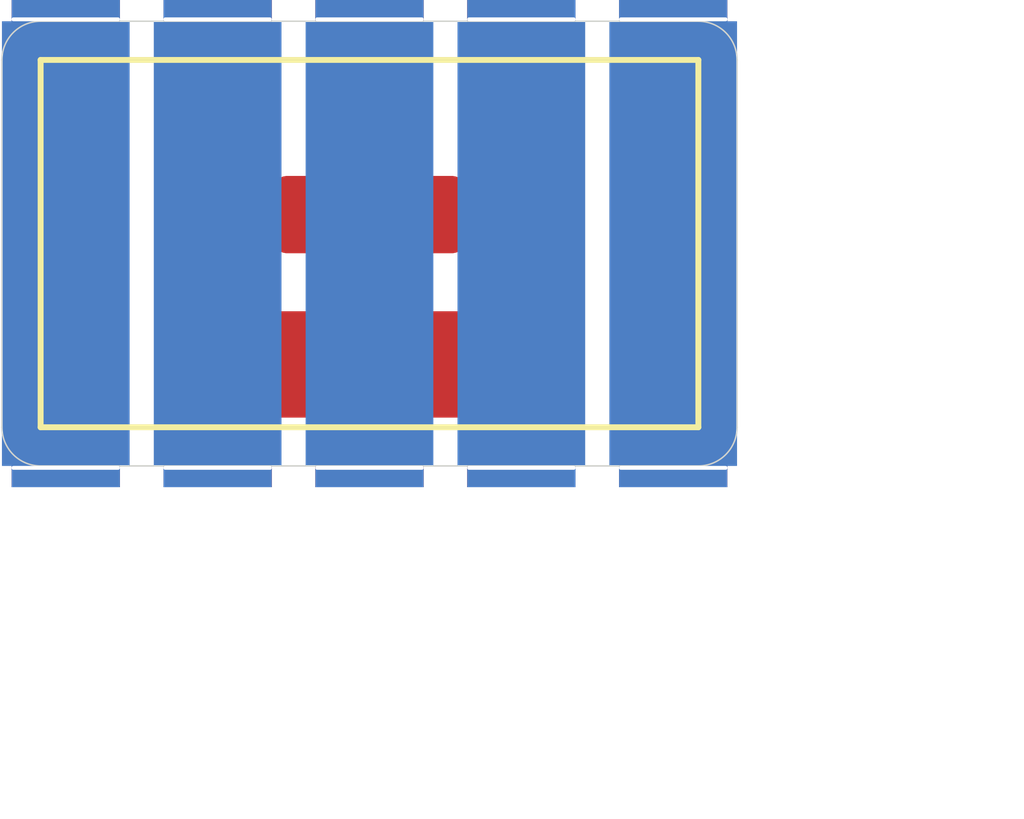
<source format=kicad_pcb>
(kicad_pcb (version 20221018) (generator pcbnew)
  (layers (0 "F.Cu" signal "Front") (1 "In1.Cu" signal) (2 "In2.Cu" signal) (31 "B.Cu" signal "Back") (34 "B.Paste" user) (35 "F.Paste" user) (36 "B.SilkS" user "B.Silkscreen") (37 "F.SilkS" user "F.Silkscreen") (38 "B.Mask" user) (39 "F.Mask" user) (44 "Edge.Cuts" user))
  (net 0 "")
  (footprint "Connector_Wire:SolderWirePad_1x01_SMD_1x2mm" (layer "F.Cu") (at 99.365 100)
    (fp_text reference "J4" hide)
    (fp_text value "Conn_01x01_Pin" hide)
    (pad "1" smd roundrect (at 0 0) (size 1 2) (layers "F.Cu" "F.Paste" "F.Mask"))
  )
  (footprint "Connector_Wire:SolderWirePad_1x01_SMD_1x2mm" (layer "F.Cu") (at 96.825 100)
    (fp_text reference "J2" hide)
    (fp_text value "Conn_01x01_Pin" hide)
    (pad "1" smd roundrect (at 0 0) (size 1 2) (layers "F.Cu" "F.Paste" "F.Mask"))
  )
  (footprint "" (layer "F.Cu") (at 96.075 94.95)
    (fp_text reference "" (at 0 0) (layer "F.SilkS") (effects (font (size 1.27 1.27))))
    (fp_text value "" (at 0 0) (layer "F.SilkS") (effects (font (size 1.27 1.27))))
    (pad "1" thru_hole rect (at 0 0 270) (size 1 2.8) (drill oval 0.1 2.8) (layers "*.Cu" "*.Mask"))
  )
  (footprint "Connector_PinHeader_2.54mm:PinHeader_1x01_P2.54mm_Vertical" (layer "F.Cu") (at 100 106.5 -90)
    (fp_text reference "REF**" hide)
    (fp_text value "PinHeader_1x01_P2.54mm_Vertical" hide)
    (pad "1" thru_hole rect (at 0.05 0 270) (size 1 2.8) (drill oval 0.1 2.8) (layers "*.Cu" "*.Mask"))
  )
  (footprint "Connector_Wire:SolderWirePad_1x01_SMD_1x2mm" (layer "F.Cu") (at 95.555 100)
    (fp_text reference "J1" hide)
    (fp_text value "Conn_01x01_Pin" hide)
    (pad "1" smd roundrect (at 0 0) (size 1 2) (layers "F.Cu" "F.Paste" "F.Mask"))
  )
  (footprint "Connector_PinHeader_2.54mm:PinHeader_1x01_P2.54mm_Vertical" (layer "F.Cu") (at 104.425 106.5 -90)
    (fp_text reference "REF**" hide)
    (fp_text value "PinHeader_1x01_P2.54mm_Vertical" hide)
    (pad "1" thru_hole rect (at 0.05 0.5 270) (size 1 2.8) (drill oval 0.1 2.8) (layers "*.Cu" "*.Mask"))
  )
  (footprint "Connector_PinHeader_2.54mm:PinHeader_1x01_P2.54mm_Vertical" (layer "F.Cu") (at 96.575 106.5 -90)
    (fp_text reference "REF**" hide)
    (fp_text value "PinHeader_1x01_P2.54mm_Vertical" hide)
    (pad "1" thru_hole rect (at 0.05 0.5 270) (size 1 2.8) (drill oval 0.1 2.8) (layers "*.Cu" "*.Mask"))
  )
  (footprint "" (layer "F.Cu") (at 92.15 94.95)
    (fp_text reference "" (at 0 0) (layer "F.SilkS") (effects (font (size 1.27 1.27))))
    (fp_text value "" (at 0 0) (layer "F.SilkS") (effects (font (size 1.27 1.27))))
    (pad "1" thru_hole rect (at 0 0 270) (size 1 2.8) (drill oval 0.1 2.8) (layers "*.Cu" "*.Mask"))
  )
  (footprint "Connector_Wire:SolderWirePad_1x01_SMD_1x2mm" (layer "F.Cu") (at 100.635 100)
    (fp_text reference "J5" hide)
    (fp_text value "Conn_01x01_Pin" hide)
    (pad "1" smd roundrect (at 0 0) (size 1 2) (layers "F.Cu" "F.Paste" "F.Mask"))
  )
  (footprint "Connector_Wire:SolderWirePad_1x01_SMD_1x2mm" (layer "F.Cu") (at 103.175 100)
    (fp_text reference "J7" hide)
    (fp_text value "Conn_01x01_Pin" hide)
    (pad "1" smd roundrect (at 0 0) (size 1 2) (layers "F.Cu" "F.Paste" "F.Mask"))
  )
  (footprint "" (layer "F.Cu") (at 107.85 94.95)
    (fp_text reference "" (at 0 0) (layer "F.SilkS") (effects (font (size 1.27 1.27))))
    (fp_text value "" (at 0 0) (layer "F.SilkS") (effects (font (size 1.27 1.27))))
    (pad "1" thru_hole rect (at 0 0 270) (size 1 2.8) (drill oval 0.1 2.8) (layers "*.Cu" "*.Mask"))
  )
  (footprint "" (layer "F.Cu") (at 103.925 94.95)
    (fp_text reference "" (at 0 0) (layer "F.SilkS") (effects (font (size 1.27 1.27))))
    (fp_text value "" (at 0 0) (layer "F.SilkS") (effects (font (size 1.27 1.27))))
    (pad "1" thru_hole rect (at 0 0 270) (size 1 2.8) (drill oval 0.1 2.8) (layers "*.Cu" "*.Mask"))
  )
  (footprint "Connector_Wire:SolderWirePad_1x01_SMD_1x2mm" (layer "F.Cu") (at 98.095 100)
    (fp_text reference "J3" hide)
    (fp_text value "Conn_01x01_Pin" hide)
    (pad "1" smd roundrect (at 0 0) (size 1 2) (layers "F.Cu" "F.Paste" "F.Mask"))
  )
  (footprint "Connector_PinHeader_2.54mm:PinHeader_1x01_P2.54mm_Vertical" (layer "F.Cu") (at 92.15 106.5 -90)
    (fp_text reference "REF**" hide)
    (fp_text value "PinHeader_1x01_P2.54mm_Vertical" hide)
    (pad "1" thru_hole rect (at 0.05 0 270) (size 1 2.8) (drill oval 0.1 2.8) (layers "*.Cu" "*.Mask"))
  )
  (footprint "" (layer "F.Cu") (at 100 94.95)
    (fp_text reference "" (at 0 0) (layer "F.SilkS") (effects (font (size 1.27 1.27))))
    (fp_text value "" (at 0 0) (layer "F.SilkS") (effects (font (size 1.27 1.27))))
    (pad "1" thru_hole rect (at 0 0 270) (size 1 2.8) (drill oval 0.1 2.8) (layers "*.Cu" "*.Mask"))
  )
  (footprint "Connector_Wire:SolderWirePad_1x01_SMD_1x2mm" (layer "F.Cu") (at 101.905 100)
    (fp_text reference "J6" hide)
    (fp_text value "Conn_01x01_Pin" hide)
    (pad "1" smd roundrect (at 0 0) (size 1 2) (layers "F.Cu" "F.Paste" "F.Mask"))
  )
  (footprint "Connector_Wire:SolderWirePad_1x01_SMD_1x2mm" (layer "F.Cu") (at 104.445 100)
    (fp_text reference "J8" hide)
    (fp_text value "Conn_01x01_Pin" hide)
    (pad "1" smd roundrect (at 0 0) (size 1 2) (layers "F.Cu" "F.Paste" "F.Mask"))
  )
  (footprint "Connector_PinHeader_2.54mm:PinHeader_1x01_P2.54mm_Vertical" (layer "F.Cu") (at 107.75 106.5 -90)
    (fp_text reference "REF**" hide)
    (fp_text value "PinHeader_1x01_P2.54mm_Vertical" hide)
    (pad "1" thru_hole rect (at 0.05 -0.1 270) (size 1 2.8) (drill oval 0.1 2.8) (layers "*.Cu" "*.Mask"))
  )
  (gr_rect (start 95 102.5) (end 105 105.25) (fill solid) (layer "F.Cu"))
  (gr_rect (start 90.5 95) (end 93.8 106.5) (fill solid) (layer "B.Cu"))
  (gr_rect (start 94.425 95) (end 97.725 106.5) (fill solid) (layer "B.Cu"))
  (gr_rect (start 102.275 95) (end 105.575 106.5) (fill solid) (layer "B.Cu"))
  (gr_poly (pts (xy 109.5 106.5) (xy 106.200001 106.5) (xy 106.200001 95) (xy 109.5 95)) (fill solid) (layer "B.Cu"))
  (gr_rect (start 98.35 95) (end 101.65 106.5) (fill solid) (layer "B.Cu"))
  (gr_line (start 91.5 96) (end 108.5 96) (stroke (width 0.1524)) (layer "F.SilkS"))
  (gr_line (start 91.5 105.5) (end 91.5 96) (stroke (width 0.1524)) (layer "F.SilkS"))
  (gr_line (start 108.5 105.5) (end 91.5 105.5) (stroke (width 0.1524)) (layer "F.SilkS"))
  (gr_line (start 108.5 96) (end 108.5 105.5) (stroke (width 0.1524)) (layer "F.SilkS"))
  (gr_line (start 90.5 96) (end 90.5 105.5) (stroke (width 0.0381)) (layer "Edge.Cuts"))
  (gr_line (start 91.5 106.5) (end 108.5 106.5) (stroke (width 0.0381)) (layer "Edge.Cuts"))
  (gr_arc (start 91.5 106.5) (mid 90.792893 106.207107) (end 90.5 105.5) (stroke (width 0.0381)) (layer "Edge.Cuts"))
  (gr_line (start 108.5 95) (end 91.5 95) (stroke (width 0.0381)) (layer "Edge.Cuts"))
  (gr_line (start 109.5 105.5) (end 109.5 96) (stroke (width 0.0381)) (layer "Edge.Cuts"))
  (gr_arc (start 108.5 95) (mid 109.207107 95.292893) (end 109.5 96) (stroke (width 0.0381)) (layer "Edge.Cuts"))
  (gr_arc (start 109.5 105.5) (mid 109.207107 106.207107) (end 108.5 106.5) (stroke (width 0.0381)) (layer "Edge.Cuts"))
  (gr_arc (start 90.5 96) (mid 90.792893 95.292893) (end 91.5 95) (stroke (width 0.0381)) (layer "Edge.Cuts"))
)
</source>
